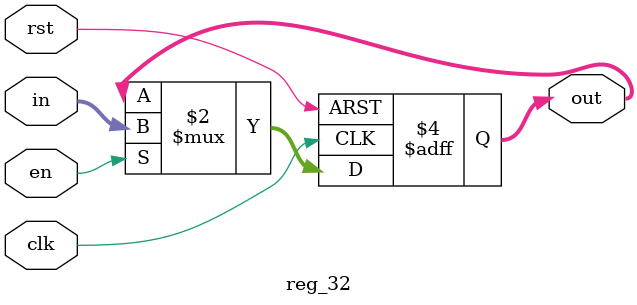
<source format=v>
module reg_32(
input [31:0] in,
input clk,rst,en,
output reg [31:0] out
);

always@(posedge clk, posedge rst)
begin
	if(rst)
		out <= 0;
	else if(en)
		out <= in;
end

endmodule
		
</source>
